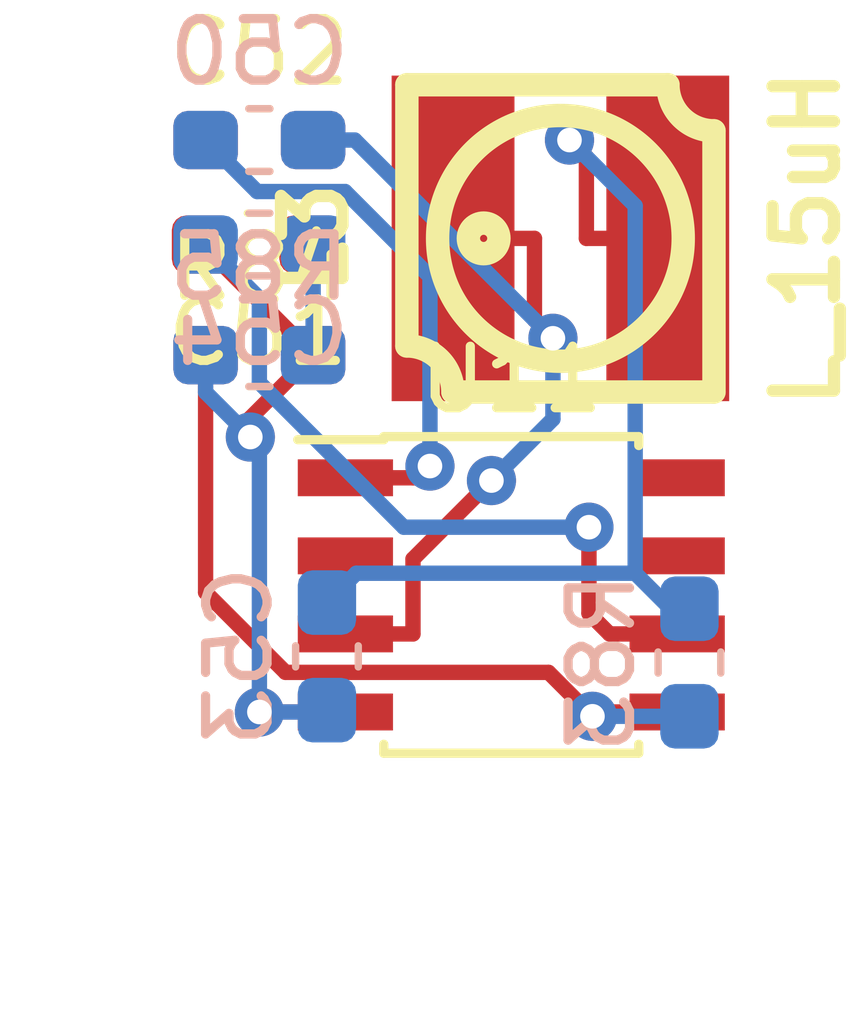
<source format=kicad_pcb>
(kicad_pcb (version 20171130) (host pcbnew 5.0.2-bee76a0~70~ubuntu18.04.1)

  (general
    (thickness 1.6)
    (drawings 0)
    (tracks 61)
    (zones 0)
    (modules 10)
    (nets 11)
  )

  (page A4)
  (layers
    (0 F.Cu signal)
    (31 B.Cu signal)
    (32 B.Adhes user)
    (33 F.Adhes user)
    (34 B.Paste user)
    (35 F.Paste user)
    (36 B.SilkS user)
    (37 F.SilkS user)
    (38 B.Mask user)
    (39 F.Mask user)
    (40 Dwgs.User user)
    (41 Cmts.User user)
    (42 Eco1.User user)
    (43 Eco2.User user)
    (44 Edge.Cuts user)
    (45 Margin user)
    (46 B.CrtYd user)
    (47 F.CrtYd user)
    (48 B.Fab user)
    (49 F.Fab user)
  )

  (setup
    (last_trace_width 0.25)
    (trace_clearance 0.2)
    (zone_clearance 0.508)
    (zone_45_only no)
    (trace_min 0.2)
    (segment_width 0.2)
    (edge_width 0.1)
    (via_size 0.8)
    (via_drill 0.4)
    (via_min_size 0.4)
    (via_min_drill 0.3)
    (uvia_size 0.3)
    (uvia_drill 0.1)
    (uvias_allowed no)
    (uvia_min_size 0.2)
    (uvia_min_drill 0.1)
    (pcb_text_width 0.3)
    (pcb_text_size 1.5 1.5)
    (mod_edge_width 0.15)
    (mod_text_size 1 1)
    (mod_text_width 0.15)
    (pad_size 1.5 1.5)
    (pad_drill 0.6)
    (pad_to_mask_clearance 0)
    (aux_axis_origin 0 0)
    (visible_elements FFFFEF7F)
    (pcbplotparams
      (layerselection 0x010fc_ffffffff)
      (usegerberextensions false)
      (usegerberattributes false)
      (usegerberadvancedattributes false)
      (creategerberjobfile false)
      (excludeedgelayer true)
      (linewidth 0.100000)
      (plotframeref false)
      (viasonmask false)
      (mode 1)
      (useauxorigin false)
      (hpglpennumber 1)
      (hpglpenspeed 20)
      (hpglpendiameter 15.000000)
      (psnegative false)
      (psa4output false)
      (plotreference true)
      (plotvalue true)
      (plotinvisibletext false)
      (padsonsilk false)
      (subtractmaskfromsilk false)
      (outputformat 1)
      (mirror false)
      (drillshape 1)
      (scaleselection 1)
      (outputdirectory ""))
  )

  (net 0 "")
  (net 1 +3V3)
  (net 2 "Net-(C50-Pad1)")
  (net 3 "Net-(R83-Pad2)")
  (net 4 GND)
  (net 5 "Net-(C54-Pad2)")
  (net 6 "Net-(C50-Pad2)")
  (net 7 +12V)
  (net 8 "Net-(C54-Pad1)")
  (net 9 "Net-(U11-Pad7)")
  (net 10 "Net-(C52-Pad1)")

  (net_class Default "This is the default net class."
    (clearance 0.2)
    (trace_width 0.25)
    (via_dia 0.8)
    (via_drill 0.4)
    (uvia_dia 0.3)
    (uvia_drill 0.1)
    (add_net +12V)
    (add_net +3V3)
    (add_net GND)
    (add_net "Net-(C50-Pad1)")
    (add_net "Net-(C50-Pad2)")
    (add_net "Net-(C52-Pad1)")
    (add_net "Net-(C54-Pad1)")
    (add_net "Net-(C54-Pad2)")
    (add_net "Net-(R83-Pad2)")
    (add_net "Net-(U11-Pad7)")
  )

  (module Capacitor_SMD:C_0603_1608Metric_Pad1.05x0.95mm_HandSolder (layer B.Cu) (tedit 5B301BBE) (tstamp 5CC88FEE)
    (at 9.1 3.6)
    (descr "Capacitor SMD 0603 (1608 Metric), square (rectangular) end terminal, IPC_7351 nominal with elongated pad for handsoldering. (Body size source: http://www.tortai-tech.com/upload/download/2011102023233369053.pdf), generated with kicad-footprint-generator")
    (tags "capacitor handsolder")
    (path /5CCACF4C)
    (attr smd)
    (fp_text reference C54 (at 0 1.43) (layer B.SilkS)
      (effects (font (size 1 1) (thickness 0.15)) (justify mirror))
    )
    (fp_text value C332,0603 (at 0 -1.43) (layer B.Fab)
      (effects (font (size 1 1) (thickness 0.15)) (justify mirror))
    )
    (fp_line (start -0.8 -0.4) (end -0.8 0.4) (layer B.Fab) (width 0.1))
    (fp_line (start -0.8 0.4) (end 0.8 0.4) (layer B.Fab) (width 0.1))
    (fp_line (start 0.8 0.4) (end 0.8 -0.4) (layer B.Fab) (width 0.1))
    (fp_line (start 0.8 -0.4) (end -0.8 -0.4) (layer B.Fab) (width 0.1))
    (fp_line (start -0.171267 0.51) (end 0.171267 0.51) (layer B.SilkS) (width 0.12))
    (fp_line (start -0.171267 -0.51) (end 0.171267 -0.51) (layer B.SilkS) (width 0.12))
    (fp_line (start -1.65 -0.73) (end -1.65 0.73) (layer B.CrtYd) (width 0.05))
    (fp_line (start -1.65 0.73) (end 1.65 0.73) (layer B.CrtYd) (width 0.05))
    (fp_line (start 1.65 0.73) (end 1.65 -0.73) (layer B.CrtYd) (width 0.05))
    (fp_line (start 1.65 -0.73) (end -1.65 -0.73) (layer B.CrtYd) (width 0.05))
    (fp_text user %R (at 0 0) (layer B.Fab)
      (effects (font (size 0.4 0.4) (thickness 0.06)) (justify mirror))
    )
    (pad 1 smd roundrect (at -0.875 0) (size 1.05 0.95) (layers B.Cu B.Paste B.Mask) (roundrect_rratio 0.25)
      (net 8 "Net-(C54-Pad1)"))
    (pad 2 smd roundrect (at 0.875 0) (size 1.05 0.95) (layers B.Cu B.Paste B.Mask) (roundrect_rratio 0.25)
      (net 5 "Net-(C54-Pad2)"))
    (model ${KISYS3DMOD}/Capacitor_SMD.3dshapes/C_0603_1608Metric.wrl
      (at (xyz 0 0 0))
      (scale (xyz 1 1 1))
      (rotate (xyz 0 0 0))
    )
  )

  (module Capacitor_SMD:C_0603_1608Metric_Pad1.05x0.95mm_HandSolder (layer B.Cu) (tedit 5B301BBE) (tstamp 5CC88FDD)
    (at 10.2 10.3 270)
    (descr "Capacitor SMD 0603 (1608 Metric), square (rectangular) end terminal, IPC_7351 nominal with elongated pad for handsoldering. (Body size source: http://www.tortai-tech.com/upload/download/2011102023233369053.pdf), generated with kicad-footprint-generator")
    (tags "capacitor handsolder")
    (path /5CCACF4F)
    (attr smd)
    (fp_text reference C53 (at 0 1.43 270) (layer B.SilkS)
      (effects (font (size 1 1) (thickness 0.15)) (justify mirror))
    )
    (fp_text value C226,6.3v,0603 (at 0 -1.43 270) (layer B.Fab)
      (effects (font (size 1 1) (thickness 0.15)) (justify mirror))
    )
    (fp_text user %R (at 0 0 270) (layer B.Fab)
      (effects (font (size 0.4 0.4) (thickness 0.06)) (justify mirror))
    )
    (fp_line (start 1.65 -0.73) (end -1.65 -0.73) (layer B.CrtYd) (width 0.05))
    (fp_line (start 1.65 0.73) (end 1.65 -0.73) (layer B.CrtYd) (width 0.05))
    (fp_line (start -1.65 0.73) (end 1.65 0.73) (layer B.CrtYd) (width 0.05))
    (fp_line (start -1.65 -0.73) (end -1.65 0.73) (layer B.CrtYd) (width 0.05))
    (fp_line (start -0.171267 -0.51) (end 0.171267 -0.51) (layer B.SilkS) (width 0.12))
    (fp_line (start -0.171267 0.51) (end 0.171267 0.51) (layer B.SilkS) (width 0.12))
    (fp_line (start 0.8 -0.4) (end -0.8 -0.4) (layer B.Fab) (width 0.1))
    (fp_line (start 0.8 0.4) (end 0.8 -0.4) (layer B.Fab) (width 0.1))
    (fp_line (start -0.8 0.4) (end 0.8 0.4) (layer B.Fab) (width 0.1))
    (fp_line (start -0.8 -0.4) (end -0.8 0.4) (layer B.Fab) (width 0.1))
    (pad 2 smd roundrect (at 0.875 0 270) (size 1.05 0.95) (layers B.Cu B.Paste B.Mask) (roundrect_rratio 0.25)
      (net 4 GND))
    (pad 1 smd roundrect (at -0.875 0 270) (size 1.05 0.95) (layers B.Cu B.Paste B.Mask) (roundrect_rratio 0.25)
      (net 1 +3V3))
    (model ${KISYS3DMOD}/Capacitor_SMD.3dshapes/C_0603_1608Metric.wrl
      (at (xyz 0 0 0))
      (scale (xyz 1 1 1))
      (rotate (xyz 0 0 0))
    )
  )

  (module Capacitor_SMD:C_0603_1608Metric_Pad1.05x0.95mm_HandSolder (layer F.Cu) (tedit 5B301BBE) (tstamp 5CC88FCC)
    (at 9.1 1.9)
    (descr "Capacitor SMD 0603 (1608 Metric), square (rectangular) end terminal, IPC_7351 nominal with elongated pad for handsoldering. (Body size source: http://www.tortai-tech.com/upload/download/2011102023233369053.pdf), generated with kicad-footprint-generator")
    (tags "capacitor handsolder")
    (path /5CC8BF75)
    (attr smd)
    (fp_text reference C52 (at 0 -1.43) (layer F.SilkS)
      (effects (font (size 1 1) (thickness 0.15)))
    )
    (fp_text value C104,0603 (at 0 1.43) (layer F.Fab)
      (effects (font (size 1 1) (thickness 0.15)))
    )
    (fp_line (start -0.8 0.4) (end -0.8 -0.4) (layer F.Fab) (width 0.1))
    (fp_line (start -0.8 -0.4) (end 0.8 -0.4) (layer F.Fab) (width 0.1))
    (fp_line (start 0.8 -0.4) (end 0.8 0.4) (layer F.Fab) (width 0.1))
    (fp_line (start 0.8 0.4) (end -0.8 0.4) (layer F.Fab) (width 0.1))
    (fp_line (start -0.171267 -0.51) (end 0.171267 -0.51) (layer F.SilkS) (width 0.12))
    (fp_line (start -0.171267 0.51) (end 0.171267 0.51) (layer F.SilkS) (width 0.12))
    (fp_line (start -1.65 0.73) (end -1.65 -0.73) (layer F.CrtYd) (width 0.05))
    (fp_line (start -1.65 -0.73) (end 1.65 -0.73) (layer F.CrtYd) (width 0.05))
    (fp_line (start 1.65 -0.73) (end 1.65 0.73) (layer F.CrtYd) (width 0.05))
    (fp_line (start 1.65 0.73) (end -1.65 0.73) (layer F.CrtYd) (width 0.05))
    (fp_text user %R (at 0 0) (layer F.Fab)
      (effects (font (size 0.4 0.4) (thickness 0.06)))
    )
    (pad 1 smd roundrect (at -0.875 0) (size 1.05 0.95) (layers F.Cu F.Paste F.Mask) (roundrect_rratio 0.25)
      (net 10 "Net-(C52-Pad1)"))
    (pad 2 smd roundrect (at 0.875 0) (size 1.05 0.95) (layers F.Cu F.Paste F.Mask) (roundrect_rratio 0.25)
      (net 4 GND))
    (model ${KISYS3DMOD}/Capacitor_SMD.3dshapes/C_0603_1608Metric.wrl
      (at (xyz 0 0 0))
      (scale (xyz 1 1 1))
      (rotate (xyz 0 0 0))
    )
  )

  (module Capacitor_SMD:C_0603_1608Metric_Pad1.05x0.95mm_HandSolder (layer F.Cu) (tedit 5B301BBE) (tstamp 5CC88FBB)
    (at 9.075 3.6 180)
    (descr "Capacitor SMD 0603 (1608 Metric), square (rectangular) end terminal, IPC_7351 nominal with elongated pad for handsoldering. (Body size source: http://www.tortai-tech.com/upload/download/2011102023233369053.pdf), generated with kicad-footprint-generator")
    (tags "capacitor handsolder")
    (path /5CC95CF5)
    (attr smd)
    (fp_text reference C51 (at 0 -1.43 180) (layer F.SilkS)
      (effects (font (size 1 1) (thickness 0.15)))
    )
    (fp_text value C106,0603 (at 0 1.43 180) (layer F.Fab)
      (effects (font (size 1 1) (thickness 0.15)))
    )
    (fp_text user %R (at 0 0 180) (layer F.Fab)
      (effects (font (size 0.4 0.4) (thickness 0.06)))
    )
    (fp_line (start 1.65 0.73) (end -1.65 0.73) (layer F.CrtYd) (width 0.05))
    (fp_line (start 1.65 -0.73) (end 1.65 0.73) (layer F.CrtYd) (width 0.05))
    (fp_line (start -1.65 -0.73) (end 1.65 -0.73) (layer F.CrtYd) (width 0.05))
    (fp_line (start -1.65 0.73) (end -1.65 -0.73) (layer F.CrtYd) (width 0.05))
    (fp_line (start -0.171267 0.51) (end 0.171267 0.51) (layer F.SilkS) (width 0.12))
    (fp_line (start -0.171267 -0.51) (end 0.171267 -0.51) (layer F.SilkS) (width 0.12))
    (fp_line (start 0.8 0.4) (end -0.8 0.4) (layer F.Fab) (width 0.1))
    (fp_line (start 0.8 -0.4) (end 0.8 0.4) (layer F.Fab) (width 0.1))
    (fp_line (start -0.8 -0.4) (end 0.8 -0.4) (layer F.Fab) (width 0.1))
    (fp_line (start -0.8 0.4) (end -0.8 -0.4) (layer F.Fab) (width 0.1))
    (pad 2 smd roundrect (at 0.875 0 180) (size 1.05 0.95) (layers F.Cu F.Paste F.Mask) (roundrect_rratio 0.25)
      (net 4 GND))
    (pad 1 smd roundrect (at -0.875 0 180) (size 1.05 0.95) (layers F.Cu F.Paste F.Mask) (roundrect_rratio 0.25)
      (net 7 +12V))
    (model ${KISYS3DMOD}/Capacitor_SMD.3dshapes/C_0603_1608Metric.wrl
      (at (xyz 0 0 0))
      (scale (xyz 1 1 1))
      (rotate (xyz 0 0 0))
    )
  )

  (module Capacitor_SMD:C_0603_1608Metric_Pad1.05x0.95mm_HandSolder (layer B.Cu) (tedit 5B301BBE) (tstamp 5CC88FAA)
    (at 9.1 1.9 180)
    (descr "Capacitor SMD 0603 (1608 Metric), square (rectangular) end terminal, IPC_7351 nominal with elongated pad for handsoldering. (Body size source: http://www.tortai-tech.com/upload/download/2011102023233369053.pdf), generated with kicad-footprint-generator")
    (tags "capacitor handsolder")
    (path /5CCACF48)
    (attr smd)
    (fp_text reference C50 (at 0 1.43 180) (layer B.SilkS)
      (effects (font (size 1 1) (thickness 0.15)) (justify mirror))
    )
    (fp_text value C103,0603 (at 0 -1.43 180) (layer B.Fab)
      (effects (font (size 1 1) (thickness 0.15)) (justify mirror))
    )
    (fp_line (start -0.8 -0.4) (end -0.8 0.4) (layer B.Fab) (width 0.1))
    (fp_line (start -0.8 0.4) (end 0.8 0.4) (layer B.Fab) (width 0.1))
    (fp_line (start 0.8 0.4) (end 0.8 -0.4) (layer B.Fab) (width 0.1))
    (fp_line (start 0.8 -0.4) (end -0.8 -0.4) (layer B.Fab) (width 0.1))
    (fp_line (start -0.171267 0.51) (end 0.171267 0.51) (layer B.SilkS) (width 0.12))
    (fp_line (start -0.171267 -0.51) (end 0.171267 -0.51) (layer B.SilkS) (width 0.12))
    (fp_line (start -1.65 -0.73) (end -1.65 0.73) (layer B.CrtYd) (width 0.05))
    (fp_line (start -1.65 0.73) (end 1.65 0.73) (layer B.CrtYd) (width 0.05))
    (fp_line (start 1.65 0.73) (end 1.65 -0.73) (layer B.CrtYd) (width 0.05))
    (fp_line (start 1.65 -0.73) (end -1.65 -0.73) (layer B.CrtYd) (width 0.05))
    (fp_text user %R (at 0 0 180) (layer B.Fab)
      (effects (font (size 0.4 0.4) (thickness 0.06)) (justify mirror))
    )
    (pad 1 smd roundrect (at -0.875 0 180) (size 1.05 0.95) (layers B.Cu B.Paste B.Mask) (roundrect_rratio 0.25)
      (net 2 "Net-(C50-Pad1)"))
    (pad 2 smd roundrect (at 0.875 0 180) (size 1.05 0.95) (layers B.Cu B.Paste B.Mask) (roundrect_rratio 0.25)
      (net 6 "Net-(C50-Pad2)"))
    (model ${KISYS3DMOD}/Capacitor_SMD.3dshapes/C_0603_1608Metric.wrl
      (at (xyz 0 0 0))
      (scale (xyz 1 1 1))
      (rotate (xyz 0 0 0))
    )
  )

  (module Package_SO:SOIC-8_3.9x4.9mm_P1.27mm (layer F.Cu) (tedit 5A02F2D3) (tstamp 5CC88F99)
    (at 13.2 9.3)
    (descr "8-Lead Plastic Small Outline (SN) - Narrow, 3.90 mm Body [SOIC] (see Microchip Packaging Specification http://ww1.microchip.com/downloads/en/PackagingSpec/00000049BQ.pdf)")
    (tags "SOIC 1.27")
    (path /5CCACF42)
    (attr smd)
    (fp_text reference U11 (at 0 -3.5) (layer F.SilkS)
      (effects (font (size 1 1) (thickness 0.15)))
    )
    (fp_text value MP2303A_ALT (at 0 3.5) (layer F.Fab)
      (effects (font (size 1 1) (thickness 0.15)))
    )
    (fp_text user %R (at 0 0) (layer F.Fab)
      (effects (font (size 1 1) (thickness 0.15)))
    )
    (fp_line (start -0.95 -2.45) (end 1.95 -2.45) (layer F.Fab) (width 0.1))
    (fp_line (start 1.95 -2.45) (end 1.95 2.45) (layer F.Fab) (width 0.1))
    (fp_line (start 1.95 2.45) (end -1.95 2.45) (layer F.Fab) (width 0.1))
    (fp_line (start -1.95 2.45) (end -1.95 -1.45) (layer F.Fab) (width 0.1))
    (fp_line (start -1.95 -1.45) (end -0.95 -2.45) (layer F.Fab) (width 0.1))
    (fp_line (start -3.73 -2.7) (end -3.73 2.7) (layer F.CrtYd) (width 0.05))
    (fp_line (start 3.73 -2.7) (end 3.73 2.7) (layer F.CrtYd) (width 0.05))
    (fp_line (start -3.73 -2.7) (end 3.73 -2.7) (layer F.CrtYd) (width 0.05))
    (fp_line (start -3.73 2.7) (end 3.73 2.7) (layer F.CrtYd) (width 0.05))
    (fp_line (start -2.075 -2.575) (end -2.075 -2.525) (layer F.SilkS) (width 0.15))
    (fp_line (start 2.075 -2.575) (end 2.075 -2.43) (layer F.SilkS) (width 0.15))
    (fp_line (start 2.075 2.575) (end 2.075 2.43) (layer F.SilkS) (width 0.15))
    (fp_line (start -2.075 2.575) (end -2.075 2.43) (layer F.SilkS) (width 0.15))
    (fp_line (start -2.075 -2.575) (end 2.075 -2.575) (layer F.SilkS) (width 0.15))
    (fp_line (start -2.075 2.575) (end 2.075 2.575) (layer F.SilkS) (width 0.15))
    (fp_line (start -2.075 -2.525) (end -3.475 -2.525) (layer F.SilkS) (width 0.15))
    (pad 1 smd rect (at -2.7 -1.905) (size 1.55 0.6) (layers F.Cu F.Paste F.Mask)
      (net 6 "Net-(C50-Pad2)"))
    (pad 2 smd rect (at -2.7 -0.635) (size 1.55 0.6) (layers F.Cu F.Paste F.Mask)
      (net 7 +12V))
    (pad 3 smd rect (at -2.7 0.635) (size 1.55 0.6) (layers F.Cu F.Paste F.Mask)
      (net 2 "Net-(C50-Pad1)"))
    (pad 4 smd rect (at -2.7 1.905) (size 1.55 0.6) (layers F.Cu F.Paste F.Mask)
      (net 4 GND))
    (pad 5 smd rect (at 2.7 1.905) (size 1.55 0.6) (layers F.Cu F.Paste F.Mask)
      (net 3 "Net-(R83-Pad2)"))
    (pad 6 smd rect (at 2.7 0.635) (size 1.55 0.6) (layers F.Cu F.Paste F.Mask)
      (net 8 "Net-(C54-Pad1)"))
    (pad 7 smd rect (at 2.7 -0.635) (size 1.55 0.6) (layers F.Cu F.Paste F.Mask)
      (net 9 "Net-(U11-Pad7)"))
    (pad 8 smd rect (at 2.7 -1.905) (size 1.55 0.6) (layers F.Cu F.Paste F.Mask)
      (net 10 "Net-(C52-Pad1)"))
    (model ${KISYS3DMOD}/Package_SO.3dshapes/SOIC-8_3.9x4.9mm_P1.27mm.wrl
      (at (xyz 0 0 0))
      (scale (xyz 1 1 1))
      (rotate (xyz 0 0 0))
    )
  )

  (module Resistor_SMD:R_0603_1608Metric_Pad1.05x0.95mm_HandSolder (layer B.Cu) (tedit 5B301BBD) (tstamp 5CC88F7C)
    (at 9.1 5.4 180)
    (descr "Resistor SMD 0603 (1608 Metric), square (rectangular) end terminal, IPC_7351 nominal with elongated pad for handsoldering. (Body size source: http://www.tortai-tech.com/upload/download/2011102023233369053.pdf), generated with kicad-footprint-generator")
    (tags "resistor handsolder")
    (path /5CCACF4A)
    (attr smd)
    (fp_text reference R85 (at 0 1.43 180) (layer B.SilkS)
      (effects (font (size 1 1) (thickness 0.15)) (justify mirror))
    )
    (fp_text value R562,0603 (at 0 -1.43 180) (layer B.Fab)
      (effects (font (size 1 1) (thickness 0.15)) (justify mirror))
    )
    (fp_line (start -0.8 -0.4) (end -0.8 0.4) (layer B.Fab) (width 0.1))
    (fp_line (start -0.8 0.4) (end 0.8 0.4) (layer B.Fab) (width 0.1))
    (fp_line (start 0.8 0.4) (end 0.8 -0.4) (layer B.Fab) (width 0.1))
    (fp_line (start 0.8 -0.4) (end -0.8 -0.4) (layer B.Fab) (width 0.1))
    (fp_line (start -0.171267 0.51) (end 0.171267 0.51) (layer B.SilkS) (width 0.12))
    (fp_line (start -0.171267 -0.51) (end 0.171267 -0.51) (layer B.SilkS) (width 0.12))
    (fp_line (start -1.65 -0.73) (end -1.65 0.73) (layer B.CrtYd) (width 0.05))
    (fp_line (start -1.65 0.73) (end 1.65 0.73) (layer B.CrtYd) (width 0.05))
    (fp_line (start 1.65 0.73) (end 1.65 -0.73) (layer B.CrtYd) (width 0.05))
    (fp_line (start 1.65 -0.73) (end -1.65 -0.73) (layer B.CrtYd) (width 0.05))
    (fp_text user %R (at 0 0 180) (layer B.Fab)
      (effects (font (size 0.4 0.4) (thickness 0.06)) (justify mirror))
    )
    (pad 1 smd roundrect (at -0.875 0 180) (size 1.05 0.95) (layers B.Cu B.Paste B.Mask) (roundrect_rratio 0.25)
      (net 5 "Net-(C54-Pad2)"))
    (pad 2 smd roundrect (at 0.875 0 180) (size 1.05 0.95) (layers B.Cu B.Paste B.Mask) (roundrect_rratio 0.25)
      (net 4 GND))
    (model ${KISYS3DMOD}/Resistor_SMD.3dshapes/R_0603_1608Metric.wrl
      (at (xyz 0 0 0))
      (scale (xyz 1 1 1))
      (rotate (xyz 0 0 0))
    )
  )

  (module Resistor_SMD:R_0603_1608Metric_Pad1.05x0.95mm_HandSolder (layer F.Cu) (tedit 5B301BBD) (tstamp 5CC88F6B)
    (at 9.1 5.4)
    (descr "Resistor SMD 0603 (1608 Metric), square (rectangular) end terminal, IPC_7351 nominal with elongated pad for handsoldering. (Body size source: http://www.tortai-tech.com/upload/download/2011102023233369053.pdf), generated with kicad-footprint-generator")
    (tags "resistor handsolder")
    (path /5CC8CDDD)
    (attr smd)
    (fp_text reference R84 (at 0 -1.43) (layer F.SilkS)
      (effects (font (size 1 1) (thickness 0.15)))
    )
    (fp_text value R103,0603 (at 0 1.43) (layer F.Fab)
      (effects (font (size 1 1) (thickness 0.15)))
    )
    (fp_text user %R (at 0 0) (layer F.Fab)
      (effects (font (size 0.4 0.4) (thickness 0.06)))
    )
    (fp_line (start 1.65 0.73) (end -1.65 0.73) (layer F.CrtYd) (width 0.05))
    (fp_line (start 1.65 -0.73) (end 1.65 0.73) (layer F.CrtYd) (width 0.05))
    (fp_line (start -1.65 -0.73) (end 1.65 -0.73) (layer F.CrtYd) (width 0.05))
    (fp_line (start -1.65 0.73) (end -1.65 -0.73) (layer F.CrtYd) (width 0.05))
    (fp_line (start -0.171267 0.51) (end 0.171267 0.51) (layer F.SilkS) (width 0.12))
    (fp_line (start -0.171267 -0.51) (end 0.171267 -0.51) (layer F.SilkS) (width 0.12))
    (fp_line (start 0.8 0.4) (end -0.8 0.4) (layer F.Fab) (width 0.1))
    (fp_line (start 0.8 -0.4) (end 0.8 0.4) (layer F.Fab) (width 0.1))
    (fp_line (start -0.8 -0.4) (end 0.8 -0.4) (layer F.Fab) (width 0.1))
    (fp_line (start -0.8 0.4) (end -0.8 -0.4) (layer F.Fab) (width 0.1))
    (pad 2 smd roundrect (at 0.875 0) (size 1.05 0.95) (layers F.Cu F.Paste F.Mask) (roundrect_rratio 0.25)
      (net 4 GND))
    (pad 1 smd roundrect (at -0.875 0) (size 1.05 0.95) (layers F.Cu F.Paste F.Mask) (roundrect_rratio 0.25)
      (net 3 "Net-(R83-Pad2)"))
    (model ${KISYS3DMOD}/Resistor_SMD.3dshapes/R_0603_1608Metric.wrl
      (at (xyz 0 0 0))
      (scale (xyz 1 1 1))
      (rotate (xyz 0 0 0))
    )
  )

  (module Resistor_SMD:R_0603_1608Metric_Pad1.05x0.95mm_HandSolder (layer B.Cu) (tedit 5B301BBD) (tstamp 5CC88F5A)
    (at 16.1 10.4 270)
    (descr "Resistor SMD 0603 (1608 Metric), square (rectangular) end terminal, IPC_7351 nominal with elongated pad for handsoldering. (Body size source: http://www.tortai-tech.com/upload/download/2011102023233369053.pdf), generated with kicad-footprint-generator")
    (tags "resistor handsolder")
    (path /5CC8CF8B)
    (attr smd)
    (fp_text reference R83 (at 0 1.43 270) (layer B.SilkS)
      (effects (font (size 1 1) (thickness 0.15)) (justify mirror))
    )
    (fp_text value R333,0603 (at 0 -1.43 270) (layer B.Fab)
      (effects (font (size 1 1) (thickness 0.15)) (justify mirror))
    )
    (fp_line (start -0.8 -0.4) (end -0.8 0.4) (layer B.Fab) (width 0.1))
    (fp_line (start -0.8 0.4) (end 0.8 0.4) (layer B.Fab) (width 0.1))
    (fp_line (start 0.8 0.4) (end 0.8 -0.4) (layer B.Fab) (width 0.1))
    (fp_line (start 0.8 -0.4) (end -0.8 -0.4) (layer B.Fab) (width 0.1))
    (fp_line (start -0.171267 0.51) (end 0.171267 0.51) (layer B.SilkS) (width 0.12))
    (fp_line (start -0.171267 -0.51) (end 0.171267 -0.51) (layer B.SilkS) (width 0.12))
    (fp_line (start -1.65 -0.73) (end -1.65 0.73) (layer B.CrtYd) (width 0.05))
    (fp_line (start -1.65 0.73) (end 1.65 0.73) (layer B.CrtYd) (width 0.05))
    (fp_line (start 1.65 0.73) (end 1.65 -0.73) (layer B.CrtYd) (width 0.05))
    (fp_line (start 1.65 -0.73) (end -1.65 -0.73) (layer B.CrtYd) (width 0.05))
    (fp_text user %R (at 0 0 270) (layer B.Fab)
      (effects (font (size 0.4 0.4) (thickness 0.06)) (justify mirror))
    )
    (pad 1 smd roundrect (at -0.875 0 270) (size 1.05 0.95) (layers B.Cu B.Paste B.Mask) (roundrect_rratio 0.25)
      (net 1 +3V3))
    (pad 2 smd roundrect (at 0.875 0 270) (size 1.05 0.95) (layers B.Cu B.Paste B.Mask) (roundrect_rratio 0.25)
      (net 3 "Net-(R83-Pad2)"))
    (model ${KISYS3DMOD}/Resistor_SMD.3dshapes/R_0603_1608Metric.wrl
      (at (xyz 0 0 0))
      (scale (xyz 1 1 1))
      (rotate (xyz 0 0 0))
    )
  )

  (module w_smd_inductors:inductor_smd_4.8x2.8mm (layer F.Cu) (tedit 5B630FA4) (tstamp 5CC88F49)
    (at 14 3.5 90)
    (descr "Inductor SMD, d.4.8mm x h.2.8mm")
    (path /5CCACF49)
    (fp_text reference L3 (at 0 -4 90) (layer F.SilkS)
      (effects (font (size 1 1) (thickness 0.2)))
    )
    (fp_text value L_15uH (at 0 4 90) (layer F.SilkS)
      (effects (font (size 1 1) (thickness 0.2)))
    )
    (fp_circle (center 0 0) (end -1.99898 0) (layer F.SilkS) (width 0.381))
    (fp_arc (start -2.49936 -2.49936) (end -1.75006 -2.49936) (angle 90) (layer F.SilkS) (width 0.381))
    (fp_arc (start 2.49936 2.49936) (end 1.75006 2.49936) (angle 90) (layer F.SilkS) (width 0.381))
    (fp_line (start -2.49936 2.49936) (end -2.49936 -1.75006) (layer F.SilkS) (width 0.381))
    (fp_line (start 1.75006 2.49936) (end -2.49936 2.49936) (layer F.SilkS) (width 0.381))
    (fp_line (start 2.49936 -2.49936) (end 2.49936 1.75006) (layer F.SilkS) (width 0.381))
    (fp_line (start -1.75006 -2.49936) (end 2.49936 -2.49936) (layer F.SilkS) (width 0.381))
    (fp_circle (center 0 -1.24968) (end 0 -1.00076) (layer F.SilkS) (width 0.381))
    (pad 2 smd rect (at 0 1.74752 90) (size 5.2959 1.99898) (layers F.Cu F.Paste F.Mask)
      (net 1 +3V3))
    (pad 1 smd rect (at 0 -1.74752 90) (size 5.2959 1.99898) (layers F.Cu F.Paste F.Mask)
      (net 2 "Net-(C50-Pad1)"))
    (model ${HOME}/_workspace/kicad/kicad_library/smisioto-footprints/modules/packages3d/walter/smd_inductors/inductor_smd_4.8x2.8mm.wrl
      (at (xyz 0 0 0))
      (scale (xyz 1 1 1))
      (rotate (xyz 0 0 0))
    )
  )

  (segment (start 15.2169 8.9476) (end 15.2169 2.9694) (width 0.25) (layer B.Cu) (net 1))
  (segment (start 15.2169 2.9694) (end 14.1475 1.9) (width 0.25) (layer B.Cu) (net 1))
  (segment (start 16.1 9.525) (end 15.7943 9.525) (width 0.25) (layer B.Cu) (net 1))
  (segment (start 15.7943 9.525) (end 15.2169 8.9476) (width 0.25) (layer B.Cu) (net 1))
  (segment (start 15.2169 8.9476) (end 10.6774 8.9476) (width 0.25) (layer B.Cu) (net 1))
  (segment (start 10.6774 8.9476) (end 10.2 9.425) (width 0.25) (layer B.Cu) (net 1))
  (segment (start 15.7475 3.5) (end 14.4227 3.5) (width 0.25) (layer F.Cu) (net 1))
  (segment (start 14.4227 3.5) (end 14.4227 2.1752) (width 0.25) (layer F.Cu) (net 1))
  (segment (start 14.4227 2.1752) (end 14.1475 1.9) (width 0.25) (layer F.Cu) (net 1))
  (via (at 14.1475 1.9) (size 0.8) (layers F.Cu B.Cu) (net 1))
  (segment (start 11.6003 9.935) (end 11.6003 8.7168) (width 0.25) (layer F.Cu) (net 2))
  (segment (start 11.6003 8.7168) (end 12.8771 7.44) (width 0.25) (layer F.Cu) (net 2))
  (segment (start 13.8781 5.1256) (end 13.8781 6.439) (width 0.25) (layer B.Cu) (net 2))
  (segment (start 13.8781 6.439) (end 12.8771 7.44) (width 0.25) (layer B.Cu) (net 2))
  (segment (start 10.5 9.935) (end 11.6003 9.935) (width 0.25) (layer F.Cu) (net 2))
  (segment (start 13.5773 3.5) (end 13.5773 4.8248) (width 0.25) (layer F.Cu) (net 2))
  (segment (start 13.5773 4.8248) (end 13.8781 5.1256) (width 0.25) (layer F.Cu) (net 2))
  (segment (start 9.975 1.9) (end 10.6525 1.9) (width 0.25) (layer B.Cu) (net 2))
  (segment (start 10.6525 1.9) (end 13.8781 5.1256) (width 0.25) (layer B.Cu) (net 2))
  (segment (start 12.2525 3.5) (end 13.5773 3.5) (width 0.25) (layer F.Cu) (net 2))
  (via (at 12.8771 7.44) (size 0.8) (layers F.Cu B.Cu) (net 2))
  (via (at 13.8781 5.1256) (size 0.8) (layers F.Cu B.Cu) (net 2))
  (segment (start 8.225 5.4) (end 8.225 9.2597) (width 0.25) (layer F.Cu) (net 3))
  (segment (start 8.225 9.2597) (end 9.5257 10.5604) (width 0.25) (layer F.Cu) (net 3))
  (segment (start 9.5257 10.5604) (end 13.8069 10.5604) (width 0.25) (layer F.Cu) (net 3))
  (segment (start 13.8069 10.5604) (end 14.5215 11.275) (width 0.25) (layer F.Cu) (net 3))
  (segment (start 14.7997 11.205) (end 14.5915 11.205) (width 0.25) (layer F.Cu) (net 3))
  (segment (start 14.5915 11.205) (end 14.5215 11.275) (width 0.25) (layer F.Cu) (net 3))
  (segment (start 16.1 11.275) (end 14.5215 11.275) (width 0.25) (layer B.Cu) (net 3))
  (segment (start 15.9 11.205) (end 14.7997 11.205) (width 0.25) (layer F.Cu) (net 3))
  (via (at 14.5215 11.275) (size 0.8) (layers F.Cu B.Cu) (net 3))
  (segment (start 9.975 5.4) (end 8.2 3.625) (width 0.25) (layer F.Cu) (net 4))
  (segment (start 8.2 3.625) (end 8.2 3.6) (width 0.25) (layer F.Cu) (net 4))
  (segment (start 9.975 5.4) (end 8.9529 6.4221) (width 0.25) (layer F.Cu) (net 4))
  (segment (start 8.9529 6.4221) (end 8.9529 6.7318) (width 0.25) (layer F.Cu) (net 4))
  (segment (start 9.1005 11.205) (end 9.1005 6.8794) (width 0.25) (layer B.Cu) (net 4))
  (segment (start 9.1005 6.8794) (end 8.9529 6.7318) (width 0.25) (layer B.Cu) (net 4))
  (segment (start 10.2 11.175) (end 10.17 11.205) (width 0.25) (layer B.Cu) (net 4))
  (segment (start 10.17 11.205) (end 9.1005 11.205) (width 0.25) (layer B.Cu) (net 4))
  (segment (start 8.225 5.4) (end 8.225 6.0039) (width 0.25) (layer B.Cu) (net 4))
  (segment (start 8.225 6.0039) (end 8.9529 6.7318) (width 0.25) (layer B.Cu) (net 4))
  (segment (start 10.5 11.205) (end 9.1005 11.205) (width 0.25) (layer F.Cu) (net 4))
  (via (at 8.9529 6.7318) (size 0.8) (layers F.Cu B.Cu) (net 4))
  (via (at 9.1005 11.205) (size 0.8) (layers F.Cu B.Cu) (net 4))
  (segment (start 9.975 5.4) (end 9.975 3.6) (width 0.25) (layer B.Cu) (net 5))
  (segment (start 11.6003 7.395) (end 11.6856 7.395) (width 0.25) (layer F.Cu) (net 6))
  (segment (start 11.6856 7.395) (end 11.8767 7.2039) (width 0.25) (layer F.Cu) (net 6))
  (segment (start 8.225 1.9) (end 9.0624 2.7374) (width 0.25) (layer B.Cu) (net 6))
  (segment (start 9.0624 2.7374) (end 10.4941 2.7374) (width 0.25) (layer B.Cu) (net 6))
  (segment (start 10.4941 2.7374) (end 11.8767 4.12) (width 0.25) (layer B.Cu) (net 6))
  (segment (start 11.8767 4.12) (end 11.8767 7.2039) (width 0.25) (layer B.Cu) (net 6))
  (segment (start 10.5 7.395) (end 11.6003 7.395) (width 0.25) (layer F.Cu) (net 6))
  (via (at 11.8767 7.2039) (size 0.8) (layers F.Cu B.Cu) (net 6))
  (segment (start 14.7997 9.935) (end 14.4642 9.5995) (width 0.25) (layer F.Cu) (net 8))
  (segment (start 14.4642 9.5995) (end 14.4642 8.1986) (width 0.25) (layer F.Cu) (net 8))
  (segment (start 8.225 3.6) (end 9.0999 4.4749) (width 0.25) (layer B.Cu) (net 8))
  (segment (start 9.0999 4.4749) (end 9.0999 5.8481) (width 0.25) (layer B.Cu) (net 8))
  (segment (start 9.0999 5.8481) (end 11.4504 8.1986) (width 0.25) (layer B.Cu) (net 8))
  (segment (start 11.4504 8.1986) (end 14.4642 8.1986) (width 0.25) (layer B.Cu) (net 8))
  (segment (start 15.9 9.935) (end 14.7997 9.935) (width 0.25) (layer F.Cu) (net 8))
  (via (at 14.4642 8.1986) (size 0.8) (layers F.Cu B.Cu) (net 8))

)

</source>
